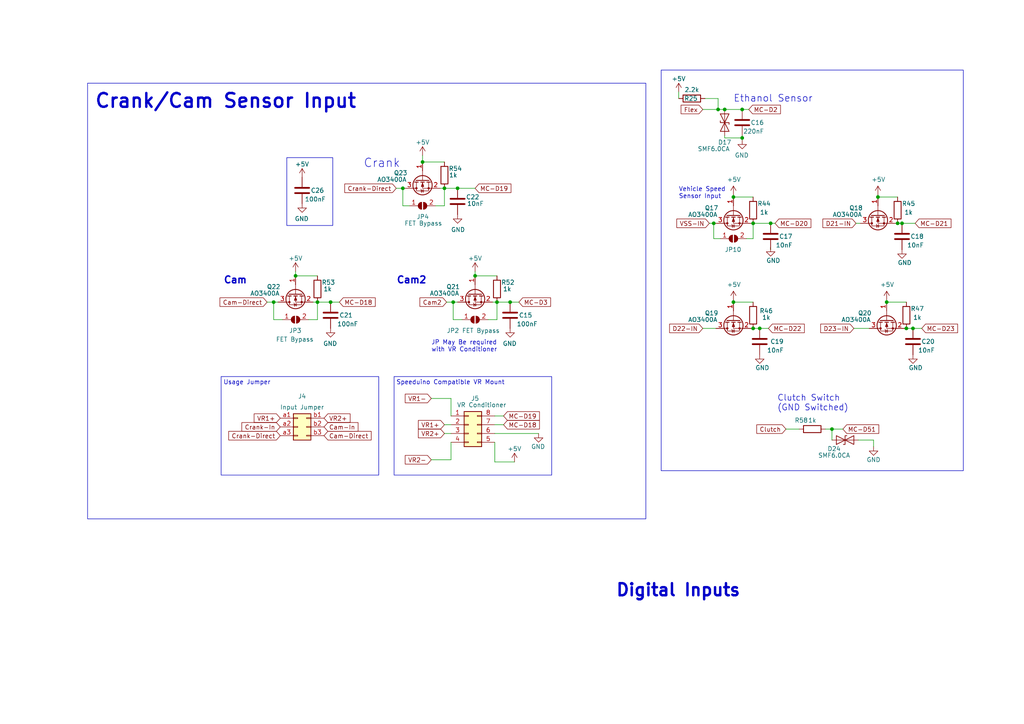
<source format=kicad_sch>
(kicad_sch (version 20231120) (generator "eeschema") (generator_version "8.0")
  (paper "A4")
  (title_block (title "Closed Deck X4") (date "2024-04-25") (rev "A") (company "OpenLogicEFI") (comment 1 "openlogicefi.com"))
  (lib_symbols
    (symbol "Connector_Generic:Conn_02x03_Row_Letter_First" (pin_names (offset 1.016) hide)
      (property "Reference" "J" (at 1.27 5.08 0))
      (property "Value" "Conn_02x03_Row_Letter_First" (at 1.27 -5.08 0))
      (symbol "Conn_02x03_Row_Letter_First_1_1"
        (rectangle (start -1.27 -2.413) (end 0 -2.667) (stroke (width 0.1524)))
        (rectangle (start -1.27 0.127) (end 0 -0.127) (stroke (width 0.1524)))
        (rectangle (start -1.27 2.667) (end 0 2.413) (stroke (width 0.1524)))
        (rectangle (start -1.27 3.81) (end 3.81 -3.81) (stroke (width 0.254)) (fill (type background)))
        (rectangle (start 3.81 -2.413) (end 2.54 -2.667) (stroke (width 0.1524)))
        (rectangle (start 3.81 0.127) (end 2.54 -0.127) (stroke (width 0.1524)))
        (rectangle (start 3.81 2.667) (end 2.54 2.413) (stroke (width 0.1524)))
        (pin passive line (at -5.08 2.54 0) (length 3.81) (name "Pin_a1") (number "a1"))
        (pin passive line (at -5.08 0 0) (length 3.81) (name "Pin_a2") (number "a2"))
        (pin passive line (at -5.08 -2.54 0) (length 3.81) (name "Pin_a3") (number "a3"))
        (pin passive line (at 7.62 2.54 180) (length 3.81) (name "Pin_b1") (number "b1"))
        (pin passive line (at 7.62 0 180) (length 3.81) (name "Pin_b2") (number "b2"))
        (pin passive line (at 7.62 -2.54 180) (length 3.81) (name "Pin_b3") (number "b3"))
      )
    )
    (symbol "Connector_Generic:Conn_02x04_Counter_Clockwise" (pin_names (offset 1.016) hide)
      (property "Reference" "J" (at 1.27 5.08 0))
      (property "Value" "Conn_02x04_Counter_Clockwise" (at 1.27 -7.62 0))
      (symbol "Conn_02x04_Counter_Clockwise_1_1"
        (rectangle (start -1.27 -4.953) (end 0 -5.207) (stroke (width 0.1524)))
        (rectangle (start -1.27 -2.413) (end 0 -2.667) (stroke (width 0.1524)))
        (rectangle (start -1.27 0.127) (end 0 -0.127) (stroke (width 0.1524)))
        (rectangle (start -1.27 2.667) (end 0 2.413) (stroke (width 0.1524)))
        (rectangle (start -1.27 3.81) (end 3.81 -6.35) (stroke (width 0.254)) (fill (type background)))
        (rectangle (start 3.81 -4.953) (end 2.54 -5.207) (stroke (width 0.1524)))
        (rectangle (start 3.81 -2.413) (end 2.54 -2.667) (stroke (width 0.1524)))
        (rectangle (start 3.81 0.127) (end 2.54 -0.127) (stroke (width 0.1524)))
        (rectangle (start 3.81 2.667) (end 2.54 2.413) (stroke (width 0.1524)))
        (pin passive line (at -5.08 2.54 0) (length 3.81) (name "Pin_1") (number "1"))
        (pin passive line (at -5.08 0 0) (length 3.81) (name "Pin_2") (number "2"))
        (pin passive line (at -5.08 -2.54 0) (length 3.81) (name "Pin_3") (number "3"))
        (pin passive line (at -5.08 -5.08 0) (length 3.81) (name "Pin_4") (number "4"))
        (pin passive line (at 7.62 -5.08 180) (length 3.81) (name "Pin_5") (number "5"))
        (pin passive line (at 7.62 -2.54 180) (length 3.81) (name "Pin_6") (number "6"))
        (pin passive line (at 7.62 0 180) (length 3.81) (name "Pin_7") (number "7"))
        (pin passive line (at 7.62 2.54 180) (length 3.81) (name "Pin_8") (number "8"))
      )
    )
    (symbol "Device:C" (pin_numbers hide) (pin_names (offset 0.254))
      (property "Reference" "C" (at 0.635 2.54 0))
      (property "Value" "C" (at 0.635 -2.54 0))
      (symbol "C_0_1"
        (polyline (pts (xy -2.032 -0.762) (xy 2.032 -0.762)) (stroke (width 0.508)))
        (polyline (pts (xy -2.032 0.762) (xy 2.032 0.762)) (stroke (width 0.508)))
      )
      (symbol "C_1_1"
        (pin passive line (at 0 3.81 270) (length 2.794) (name "~") (number "1"))
        (pin passive line (at 0 -3.81 90) (length 2.794) (name "~") (number "2"))
      )
    )
    (symbol "Device:R" (pin_numbers hide) (pin_names (offset 0))
      (property "Reference" "R" (at 2.032 0 90))
      (property "Value" "R" (at 0 0 90))
      (symbol "R_0_1"
        (rectangle (start -1.016 -2.54) (end 1.016 2.54) (stroke (width 0.254)))
      )
      (symbol "R_1_1"
        (pin passive line (at 0 3.81 270) (length 1.27) (name "~") (number "1"))
        (pin passive line (at 0 -3.81 90) (length 1.27) (name "~") (number "2"))
      )
    )
    (symbol "Diode:SMAJ6.5CA" (pin_numbers hide) (pin_names (offset 1.016) hide)
      (property "Reference" "D" (at 0 2.54 0))
      (property "Value" "SMAJ6.5CA" (at 0 -2.54 0))
      (symbol "SMAJ6.5CA_0_1"
        (polyline (pts (xy 1.27 0) (xy -1.27 0)))
        (polyline (pts (xy -2.54 -1.27) (xy 0 0) (xy -2.54 1.27) (xy -2.54 -1.27)) (stroke (width 0.2032)))
        (polyline (pts (xy 0.508 1.27) (xy 0 1.27) (xy 0 -1.27) (xy -0.508 -1.27)) (stroke (width 0.2032)))
        (polyline (pts (xy 2.54 1.27) (xy 2.54 -1.27) (xy 0 0) (xy 2.54 1.27)) (stroke (width 0.2032)))
      )
      (symbol "SMAJ6.5CA_1_1"
        (pin passive line (at -3.81 0 0) (length 2.54) (name "A1") (number "1"))
        (pin passive line (at 3.81 0 180) (length 2.54) (name "A2") (number "2"))
      )
    )
    (symbol "Jumper:SolderJumper_2_Open" (pin_names (offset 0) hide)
      (property "Reference" "JP" (at 0 2.032 0))
      (property "Value" "SolderJumper_2_Open" (at 0 -2.54 0))
      (symbol "SolderJumper_2_Open_0_1"
        (arc (start -0.254 1.016) (mid -1.2656 0) (end -0.254 -1.016))
        (arc (start -0.254 1.016) (mid -1.2656 0) (end -0.254 -1.016) (fill (type outline)))
        (polyline (pts (xy -0.254 1.016) (xy -0.254 -1.016)))
        (polyline (pts (xy 0.254 1.016) (xy 0.254 -1.016)))
        (arc (start 0.254 -1.016) (mid 1.2656 0) (end 0.254 1.016))
        (arc (start 0.254 -1.016) (mid 1.2656 0) (end 0.254 1.016) (fill (type outline)))
      )
      (symbol "SolderJumper_2_Open_1_1"
        (pin passive line (at -3.81 0 0) (length 2.54) (name "A") (number "1"))
        (pin passive line (at 3.81 0 180) (length 2.54) (name "B") (number "2"))
      )
    )
    (symbol "Transistor_FET:AO3400A" (pin_names hide)
      (property "Reference" "Q" (at 5.08 1.905 0))
      (property "Value" "AO3400A" (at 5.08 0 0))
      (symbol "AO3400A_0_1"
        (polyline (pts (xy 0.254 0) (xy -2.54 0)))
        (polyline (pts (xy 0.254 1.905) (xy 0.254 -1.905)) (stroke (width 0.254)))
        (polyline (pts (xy 0.762 -1.27) (xy 0.762 -2.286)) (stroke (width 0.254)))
        (polyline (pts (xy 0.762 0.508) (xy 0.762 -0.508)) (stroke (width 0.254)))
        (polyline (pts (xy 0.762 2.286) (xy 0.762 1.27)) (stroke (width 0.254)))
        (polyline (pts (xy 2.54 2.54) (xy 2.54 1.778)))
        (polyline (pts (xy 2.54 -2.54) (xy 2.54 0) (xy 0.762 0)))
        (polyline (pts (xy 0.762 -1.778) (xy 3.302 -1.778) (xy 3.302 1.778) (xy 0.762 1.778)))
        (polyline (pts (xy 1.016 0) (xy 2.032 0.381) (xy 2.032 -0.381) (xy 1.016 0)) (fill (type outline)))
        (polyline (pts (xy 2.794 0.508) (xy 2.921 0.381) (xy 3.683 0.381) (xy 3.81 0.254)))
        (polyline (pts (xy 3.302 0.381) (xy 2.921 -0.254) (xy 3.683 -0.254) (xy 3.302 0.381)))
        (circle (center 1.651 0) (radius 2.794) (stroke (width 0.254)))
        (circle (center 2.54 -1.778) (radius 0.254) (fill (type outline)))
        (circle (center 2.54 1.778) (radius 0.254) (fill (type outline)))
      )
      (symbol "AO3400A_1_1"
        (pin input line (at -5.08 0 0) (length 2.54) (name "G") (number "1"))
        (pin passive line (at 2.54 -5.08 90) (length 2.54) (name "S") (number "2"))
        (pin passive line (at 2.54 5.08 270) (length 2.54) (name "D") (number "3"))
      )
    )
    (symbol "power:+5V" (power) (pin_names (offset 0))
      (property "Value" "+5V" (at 0 3.556 0))
      (symbol "+5V_0_1"
        (polyline (pts (xy -0.762 1.27) (xy 0 2.54)))
        (polyline (pts (xy 0 0) (xy 0 2.54)))
        (polyline (pts (xy 0 2.54) (xy 0.762 1.27)))
      )
      (symbol "+5V_1_1"
        (pin power_in line (at 0 0 90) (length 0) hide (name "+5V") (number "1"))
      )
    )
    (symbol "power:GND" (power) (pin_names (offset 0))
      (property "Value" "GND" (at 0 -3.81 0))
      (symbol "GND_0_1"
        (polyline (pts (xy 0 0) (xy 0 -1.27) (xy 1.27 -1.27) (xy 0 -2.54) (xy -1.27 -1.27) (xy 0 -1.27)))
      )
      (symbol "GND_1_1"
        (pin power_in line (at 0 0 270) (length 0) hide (name "GND") (number "1"))
      )
    )
  )
  (junction (at 92.075 87.63))
  (junction (at 207.01 64.77))
  (junction (at 147.955 87.63))
  (junction (at 218.44 95.25))
  (junction (at 218.44 64.77))
  (junction (at 132.715 54.61))
  (junction (at 254.635 57.15))
  (junction (at 137.795 80.01))
  (junction (at 261.62 64.77))
  (junction (at 215.265 31.75))
  (junction (at 241.3 124.46))
  (junction (at 212.725 87.63))
  (junction (at 260.35 64.77))
  (junction (at 116.84 54.61))
  (junction (at 262.89 95.25))
  (junction (at 210.185 31.75))
  (junction (at 215.265 40.005))
  (junction (at 212.725 57.15))
  (junction (at 79.375 87.63))
  (junction (at 208.28 31.75))
  (junction (at 131.445 87.63))
  (junction (at 85.725 80.01))
  (junction (at 264.795 95.25))
  (junction (at 128.905 54.61))
  (junction (at 144.145 87.63))
  (junction (at 223.52 64.77))
  (junction (at 220.345 95.25))
  (junction (at 122.555 46.99))
  (junction (at 95.885 87.63))
  (junction (at 257.175 87.63))
  (wire (pts (xy 253.365 129.54) (xy 253.365 127.635)))
  (wire (pts (xy 122.555 46.99) (xy 128.905 46.99)))
  (wire (pts (xy 207.01 64.77) (xy 207.645 64.77)))
  (wire (pts (xy 80.645 87.63) (xy 79.375 87.63)))
  (wire (pts (xy 215.265 40.64) (xy 215.265 40.005)))
  (wire (pts (xy 131.445 87.63) (xy 131.445 92.71)))
  (wire (pts (xy 262.89 95.25) (xy 262.255 95.25)))
  (wire (pts (xy 128.905 54.61) (xy 128.905 59.69)))
  (wire (pts (xy 143.51 128.27) (xy 143.51 133.985)))
  (wire (pts (xy 241.3 124.46) (xy 244.475 124.46)))
  (wire (pts (xy 248.285 64.77) (xy 249.555 64.77)))
  (wire (pts (xy 130.81 120.65) (xy 130.81 115.57)))
  (wire (pts (xy 130.81 128.27) (xy 130.81 133.35)))
  (wire (pts (xy 85.725 80.01) (xy 92.075 80.01)))
  (wire (pts (xy 218.44 69.215) (xy 218.44 64.77)))
  (wire (pts (xy 208.915 69.215) (xy 207.01 69.215)))
  (wire (pts (xy 141.605 92.71) (xy 144.145 92.71)))
  (wire (pts (xy 116.84 54.61) (xy 116.84 59.69)))
  (wire (pts (xy 128.905 59.69) (xy 126.365 59.69)))
  (wire (pts (xy 260.35 64.77) (xy 259.715 64.77)))
  (wire (pts (xy 222.885 95.25) (xy 220.345 95.25)))
  (wire (pts (xy 212.725 86.995) (xy 212.725 87.63)))
  (wire (pts (xy 203.835 95.25) (xy 207.645 95.25)))
  (wire (pts (xy 253.365 127.635) (xy 248.92 127.635)))
  (wire (pts (xy 218.44 95.25) (xy 217.805 95.25)))
  (wire (pts (xy 79.375 87.63) (xy 79.375 92.71)))
  (wire (pts (xy 156.21 125.73) (xy 143.51 125.73)))
  (wire (pts (xy 79.375 92.71) (xy 81.915 92.71)))
  (wire (pts (xy 92.075 92.71) (xy 92.075 87.63)))
  (wire (pts (xy 257.175 87.63) (xy 262.89 87.63)))
  (wire (pts (xy 247.65 95.25) (xy 252.095 95.25)))
  (wire (pts (xy 143.51 123.19) (xy 146.05 123.19)))
  (wire (pts (xy 196.85 26.67) (xy 196.85 28.575)))
  (wire (pts (xy 220.345 95.25) (xy 218.44 95.25)))
  (wire (pts (xy 218.44 64.77) (xy 223.52 64.77)))
  (wire (pts (xy 212.725 87.63) (xy 218.44 87.63)))
  (wire (pts (xy 212.725 56.515) (xy 212.725 57.15)))
  (wire (pts (xy 203.835 31.75) (xy 208.28 31.75)))
  (wire (pts (xy 128.905 125.73) (xy 130.81 125.73)))
  (wire (pts (xy 132.715 54.61) (xy 137.795 54.61)))
  (wire (pts (xy 144.145 92.71) (xy 144.145 87.63)))
  (wire (pts (xy 208.28 28.575) (xy 208.28 31.75)))
  (wire (pts (xy 227.965 124.46) (xy 231.775 124.46)))
  (wire (pts (xy 92.075 87.63) (xy 95.885 87.63)))
  (wire (pts (xy 205.74 64.77) (xy 207.01 64.77)))
  (wire (pts (xy 114.935 54.61) (xy 116.84 54.61)))
  (wire (pts (xy 144.145 87.63) (xy 147.955 87.63)))
  (wire (pts (xy 241.3 124.46) (xy 239.395 124.46)))
  (wire (pts (xy 210.185 31.75) (xy 215.265 31.75)))
  (wire (pts (xy 95.885 87.63) (xy 98.425 87.63)))
  (wire (pts (xy 241.3 124.46) (xy 241.3 127.635)))
  (wire (pts (xy 146.05 120.65) (xy 143.51 120.65)))
  (wire (pts (xy 264.795 95.25) (xy 262.89 95.25)))
  (wire (pts (xy 204.47 28.575) (xy 208.28 28.575)))
  (wire (pts (xy 137.795 78.74) (xy 137.795 80.01)))
  (wire (pts (xy 207.01 69.215) (xy 207.01 64.77)))
  (wire (pts (xy 132.715 87.63) (xy 131.445 87.63)))
  (wire (pts (xy 223.52 72.39) (xy 223.52 71.755)))
  (wire (pts (xy 210.185 40.005) (xy 215.265 40.005)))
  (wire (pts (xy 254.635 56.515) (xy 254.635 57.15)))
  (wire (pts (xy 116.84 54.61) (xy 117.475 54.61)))
  (wire (pts (xy 143.51 133.985) (xy 149.225 133.985)))
  (wire (pts (xy 147.955 87.63) (xy 150.495 87.63)))
  (wire (pts (xy 254.635 57.15) (xy 260.35 57.15)))
  (wire (pts (xy 260.35 64.77) (xy 261.62 64.77)))
  (wire (pts (xy 216.535 69.215) (xy 218.44 69.215)))
  (wire (pts (xy 210.185 39.37) (xy 210.185 40.005)))
  (wire (pts (xy 89.535 92.71) (xy 92.075 92.71)))
  (wire (pts (xy 125.095 115.57) (xy 130.81 115.57)))
  (wire (pts (xy 223.52 64.77) (xy 224.79 64.77)))
  (wire (pts (xy 208.28 31.75) (xy 210.185 31.75)))
  (wire (pts (xy 261.62 64.77) (xy 265.43 64.77)))
  (wire (pts (xy 129.54 87.63) (xy 131.445 87.63)))
  (wire (pts (xy 122.555 45.085) (xy 122.555 46.99)))
  (wire (pts (xy 85.725 78.74) (xy 85.725 80.01)))
  (wire (pts (xy 116.84 59.69) (xy 118.745 59.69)))
  (wire (pts (xy 128.905 54.61) (xy 132.715 54.61)))
  (wire (pts (xy 137.795 80.01) (xy 144.145 80.01)))
  (wire (pts (xy 144.145 87.63) (xy 142.875 87.63)))
  (wire (pts (xy 128.905 123.19) (xy 130.81 123.19)))
  (wire (pts (xy 217.805 64.77) (xy 218.44 64.77)))
  (wire (pts (xy 212.725 57.15) (xy 218.44 57.15)))
  (wire (pts (xy 77.47 87.63) (xy 79.375 87.63)))
  (wire (pts (xy 92.075 87.63) (xy 90.805 87.63)))
  (wire (pts (xy 264.795 95.25) (xy 267.335 95.25)))
  (wire (pts (xy 215.265 31.75) (xy 217.17 31.75)))
  (wire (pts (xy 131.445 92.71) (xy 133.985 92.71)))
  (wire (pts (xy 125.095 133.35) (xy 130.81 133.35)))
  (wire (pts (xy 215.265 40.005) (xy 215.265 39.37)))
  (wire (pts (xy 257.175 86.995) (xy 257.175 87.63)))
  (wire (pts (xy 128.905 54.61) (xy 127.635 54.61)))
  (rectangle (start 114.3 109.22) (end 160.02 137.795))
  (rectangle (start 191.77 20.32) (end 279.4 136.525))
  (rectangle (start 25.4 24.13) (end 187.325 150.495))
  (rectangle (start 83.185 45.72) (end 96.52 65.405))
  (rectangle (start 64.135 109.22) (end 109.855 137.795))
  (text "Vehicle Speed\nSensor Input" (at 196.85 57.785 0) (effects (font (size 1.27 1.27)) (justify left bottom)))
  (text "JP May Be required \nwith VR Conditioner" (at 125.095 102.235 0) (effects (font (size 1.27 1.27)) (justify left bottom)))
  (text "Cam" (at 64.77 82.55 0) (effects (font (size 2 2) (thickness 0.4) (bold yes)) (justify left bottom)))
  (text "Speeduino Compatible VR Mount" (at 114.935 111.76 0) (effects (font (size 1.27 1.27)) (justify left bottom)))
  (text "Clutch Switch\n(GND Switched)" (at 225.425 119.38 0) (effects (font (size 1.75 1.75)) (justify left bottom)))
  (text "Ethanol Sensor" (at 212.725 29.845 0) (effects (font (size 2 2)) (justify left bottom)))
  (text "Usage Jumper" (at 64.77 111.76 0) (effects (font (size 1.27 1.27)) (justify left bottom)))
  (text "Crank" (at 105.41 48.895 0) (effects (font (size 2.4892 2.4892)) (justify left bottom)))
  (text "Crank/Cam Sensor Input" (at 27.305 31.75 0) (effects (font (size 4 4) (thickness 0.7) (bold yes)) (justify left bottom)))
  (text "Cam2" (at 114.935 82.55 0) (effects (font (size 2 2) (thickness 0.4) (bold yes)) (justify left bottom)))
  (text "Digital Inputs" (at 178.435 173.355 0) (effects (font (size 3.5 3.5) (thickness 0.7) (bold yes)) (justify left bottom)))
  (global_label "MC-D51" (shape input) (at 244.475 124.46 0) (property "Intersheetrefs" "${INTERSHEET_REFS}" (effects (hide yes))))
  (global_label "MC-D19" (shape input) (at 146.05 120.65 0) (property "Intersheetrefs" "${INTERSHEET_REFS}" (effects (hide yes))))
  (global_label "MC-D23" (shape input) (at 267.335 95.25 0) (property "Intersheetrefs" "${INTERSHEET_REFS}" (effects (hide yes))))
  (global_label "VSS-IN" (shape input) (at 205.74 64.77 180) (property "Intersheetrefs" "${INTERSHEET_REFS}" (effects (hide yes))))
  (global_label "MC-D2" (shape input) (at 217.17 31.75 0) (property "Intersheetrefs" "${INTERSHEET_REFS}" (effects (hide yes))))
  (global_label "VR1+" (shape input) (at 81.28 121.285 180) (property "Intersheetrefs" "${INTERSHEET_REFS}" (effects (hide yes))))
  (global_label "Cam-Direct" (shape input) (at 93.98 126.365 0) (property "Intersheetrefs" "${INTERSHEET_REFS}" (effects (hide yes))))
  (global_label "MC-D19" (shape input) (at 137.795 54.61 0) (property "Intersheetrefs" "${INTERSHEET_REFS}" (effects (hide yes))))
  (global_label "VR2+" (shape input) (at 93.98 121.285 0) (property "Intersheetrefs" "${INTERSHEET_REFS}" (effects (hide yes))))
  (global_label "MC-D20" (shape input) (at 224.79 64.77 0) (property "Intersheetrefs" "${INTERSHEET_REFS}" (effects (hide yes))))
  (global_label "D23-IN" (shape input) (at 247.65 95.25 180) (property "Intersheetrefs" "${INTERSHEET_REFS}" (effects (hide yes))))
  (global_label "VR1-" (shape input) (at 125.095 115.57 180) (property "Intersheetrefs" "${INTERSHEET_REFS}" (effects (hide yes))))
  (global_label "Clutch" (shape input) (at 227.965 124.46 180) (property "Intersheetrefs" "${INTERSHEET_REFS}" (effects (hide yes))))
  (global_label "Cam-In" (shape input) (at 93.98 123.825 0) (property "Intersheetrefs" "${INTERSHEET_REFS}" (effects (hide yes))))
  (global_label "MC-D3" (shape input) (at 150.495 87.63 0) (property "Intersheetrefs" "${INTERSHEET_REFS}" (effects (hide yes))))
  (global_label "D21-IN" (shape input) (at 248.285 64.77 180) (property "Intersheetrefs" "${INTERSHEET_REFS}" (effects (hide yes))))
  (global_label "Cam-Direct" (shape input) (at 77.47 87.63 180) (property "Intersheetrefs" "${INTERSHEET_REFS}" (effects (hide yes))))
  (global_label "MC-D18" (shape input) (at 146.05 123.19 0) (property "Intersheetrefs" "${INTERSHEET_REFS}" (effects (hide yes))))
  (global_label "Crank-Direct" (shape input) (at 81.28 126.365 180) (property "Intersheetrefs" "${INTERSHEET_REFS}" (effects (hide yes))))
  (global_label "Crank-In" (shape input) (at 81.28 123.825 180) (property "Intersheetrefs" "${INTERSHEET_REFS}" (effects (hide yes))))
  (global_label "MC-D22" (shape input) (at 222.885 95.25 0) (property "Intersheetrefs" "${INTERSHEET_REFS}" (effects (hide yes))))
  (global_label "Cam2" (shape input) (at 129.54 87.63 180) (property "Intersheetrefs" "${INTERSHEET_REFS}" (effects (hide yes))))
  (global_label "VR2+" (shape input) (at 128.905 125.73 180) (property "Intersheetrefs" "${INTERSHEET_REFS}" (effects (hide yes))))
  (global_label "Crank-Direct" (shape input) (at 114.935 54.61 180) (property "Intersheetrefs" "${INTERSHEET_REFS}" (effects (hide yes))))
  (global_label "VR2-" (shape input) (at 125.095 133.35 180) (property "Intersheetrefs" "${INTERSHEET_REFS}" (effects (hide yes))))
  (global_label "MC-D18" (shape input) (at 98.425 87.63 0) (property "Intersheetrefs" "${INTERSHEET_REFS}" (effects (hide yes))))
  (global_label "Flex" (shape input) (at 203.835 31.75 180) (property "Intersheetrefs" "${INTERSHEET_REFS}" (effects (hide yes))))
  (global_label "D22-IN" (shape input) (at 203.835 95.25 180) (property "Intersheetrefs" "${INTERSHEET_REFS}" (effects (hide yes))))
  (global_label "MC-D21" (shape input) (at 265.43 64.77 0) (property "Intersheetrefs" "${INTERSHEET_REFS}" (effects (hide yes))))
  (global_label "VR1+" (shape input) (at 128.905 123.19 180) (property "Intersheetrefs" "${INTERSHEET_REFS}" (effects (hide yes))))
  (symbol (lib_id "power:GND") (at 253.365 129.54 0) (unit 1)
    (property "Reference" "#PWR01" (effects (hide yes)))
    (property "Value" "GND" (at 253.365 133.35 0))
  )
  (symbol (lib_id "Device:C") (at 264.795 99.06 0) (mirror y) (unit 1)
    (property "Reference" "C20" (at 271.145 99.06 0) (effects (justify left)))
    (property "Value" "10nF" (at 271.145 101.6 0) (effects (justify left)))
    (property "Footprint" "Capacitor_SMD:C_0402_1005Metric" (effects (hide yes)))
    (property "Description" "Unpolarized capacitor" (effects (hide yes)))
    (property "LCSC" "C15195" (effects (hide yes)))
  )
  (symbol (lib_id "Diode:SMAJ6.5CA") (at 210.185 35.56 270) (unit 1)
    (property "Reference" "D17" (at 210.185 41.275 90))
    (property "Value" "SMF6.0CA" (at 207.01 43.18 90))
    (property "Footprint" "Diode_SMD:D_SOD-123F" (effects (hide yes)))
    (property "Description" "400W bidirectional Transient Voltage Suppressor, 6.5Vr, SMA(DO-214AC)" (effects (hide yes)))
    (property "LCSC" "C2990473" (effects (hide yes)))
  )
  (symbol (lib_id "Transistor_FET:AO3400A") (at 122.555 52.07 90) (mirror x) (unit 1)
    (property "Reference" "Q23" (at 116.205 50.165 90))
    (property "Value" "AO3400A" (at 113.665 52.07 90))
    (property "Footprint" "Package_TO_SOT_SMD:SOT-23" (effects (hide yes)))
    (property "Description" "30V Vds, 5.7A Id, N-Channel MOSFET, SOT-23" (effects (hide yes)))
  )
  (symbol (lib_id "Transistor_FET:AO3400A") (at 257.175 92.71 90) (mirror x) (unit 1)
    (property "Reference" "Q20" (at 250.825 90.805 90))
    (property "Value" "AO3400A" (at 248.285 92.71 90))
    (property "Footprint" "Package_TO_SOT_SMD:SOT-23" (effects (hide yes)))
    (property "Description" "30V Vds, 5.7A Id, N-Channel MOSFET, SOT-23" (effects (hide yes)))
  )
  (symbol (lib_id "Device:R") (at 200.66 28.575 90) (mirror x) (unit 1)
    (property "Reference" "R25" (at 200.406 28.575 90))
    (property "Value" "2.2k" (at 200.66 26.035 90))
    (property "Footprint" "Resistor_SMD:R_0402_1005Metric" (effects (hide yes)))
    (property "Description" "Resistor" (effects (hide yes)))
    (property "LCSC" "C25879" (effects (hide yes)))
    (property "Manufacture Part Number" "0402WGF2201TCE" (effects (hide yes)))
  )
  (symbol (lib_id "Device:C") (at 223.52 68.58 0) (mirror y) (unit 1)
    (property "Reference" "C17" (at 229.87 68.58 0) (effects (justify left)))
    (property "Value" "10nF" (at 229.87 71.12 0) (effects (justify left)))
    (property "Footprint" "Capacitor_SMD:C_0402_1005Metric" (effects (hide yes)))
    (property "Description" "Unpolarized capacitor" (effects (hide yes)))
    (property "LCSC" "C15195" (effects (hide yes)))
  )
  (symbol (lib_id "power:GND") (at 132.715 62.23 0) (unit 1)
    (property "Reference" "#PWR069" (effects (hide yes)))
    (property "Value" "GND" (at 132.842 66.6242 0))
  )
  (symbol (lib_id "Connector_Generic:Conn_02x04_Counter_Clockwise") (at 135.89 123.19 0) (unit 1) (in_bom no)
    (property "Reference" "J5" (at 137.795 115.57 0))
    (property "Value" "VR Conditioner" (at 139.7 117.4496 0))
    (property "Footprint" "Detonation:Socket_VRConditioner_Corrected" (effects (hide yes)))
    (property "Description" "Generic connector, double row, 02x04, counter clockwise pin numbering scheme (similar to DIP packge numbering), script generated (kicad-library-utils/schlib/autogen/connector/)" (effects (hide yes)))
  )
  (symbol (lib_id "Diode:SMAJ6.5CA") (at 245.11 127.635 180) (unit 1)
    (property "Reference" "D24" (at 241.935 130.175 0))
    (property "Value" "SMF6.0CA" (at 241.935 132.08 0))
    (property "Footprint" "Diode_SMD:D_SOD-123F" (effects (hide yes)))
    (property "Description" "400W bidirectional Transient Voltage Suppressor, 6.5Vr, SMA(DO-214AC)" (effects (hide yes)))
    (property "LCSC" "C2990473" (effects (hide yes)))
  )
  (symbol (lib_id "Device:R") (at 128.905 50.8 0) (unit 1)
    (property "Reference" "R54" (at 132.08 48.895 0))
    (property "Value" "1k" (at 131.445 50.8 0))
    (property "Footprint" "Resistor_SMD:R_0402_1005Metric" (effects (hide yes)))
    (property "Description" "Resistor" (effects (hide yes)))
    (property "LCSC" "C11702" (effects (hide yes)))
    (property "Manufacture Part Number" "0402WGF1001TCE" (effects (hide yes)))
  )
  (symbol (lib_id "power:GND") (at 264.795 102.87 0) (mirror y) (unit 1)
    (property "Reference" "#PWR0124" (effects (hide yes)))
    (property "Value" "GND" (at 263.525 106.68 0) (effects (justify right)))
  )
  (symbol (lib_id "Device:R") (at 144.145 83.82 0) (mirror y) (unit 1)
    (property "Reference" "R52" (at 147.32 81.915 0))
    (property "Value" "1k" (at 147.0914 83.82 0))
    (property "Footprint" "Resistor_SMD:R_0402_1005Metric" (effects (hide yes)))
    (property "Description" "Resistor" (effects (hide yes)))
    (property "LCSC" "C11702" (effects (hide yes)))
    (property "Manufacture Part Number" "0402WGF1001TCE" (effects (hide yes)))
  )
  (symbol (lib_id "Device:R") (at 218.44 60.96 0) (mirror y) (unit 1)
    (property "Reference" "R44" (at 221.615 59.055 0))
    (property "Value" "1k" (at 221.615 61.595 0))
    (property "Footprint" "Resistor_SMD:R_0402_1005Metric" (effects (hide yes)))
    (property "Description" "Resistor" (effects (hide yes)))
    (property "LCSC" "C11702" (effects (hide yes)))
    (property "Manufacture Part Number" "0402WGF1001TCE" (effects (hide yes)))
  )
  (symbol (lib_id "power:GND") (at 215.265 40.64 0) (mirror y) (unit 1)
    (property "Reference" "#PWR095" (effects (hide yes)))
    (property "Value" "GND" (at 215.138 45.0342 0))
  )
  (symbol (lib_id "power:+5V") (at 257.175 86.995 0) (mirror y) (unit 1)
    (property "Reference" "#PWR0125" (effects (hide yes)))
    (property "Value" "+5V" (at 255.27 82.55 0) (effects (justify right)))
  )
  (symbol (lib_id "power:+5V") (at 87.63 51.435 0) (unit 1)
    (property "Reference" "#PWR0114" (effects (hide yes)))
    (property "Value" "+5V" (at 87.63 47.625 0))
  )
  (symbol (lib_id "Device:C") (at 215.265 35.56 0) (mirror y) (unit 1)
    (property "Reference" "C16" (at 221.615 35.56 0) (effects (justify left)))
    (property "Value" "220nF" (at 221.615 38.1 0) (effects (justify left)))
    (property "Footprint" "Capacitor_SMD:C_0402_1005Metric" (effects (hide yes)))
    (property "Description" "Unpolarized capacitor" (effects (hide yes)))
    (property "LCSC" "C16772" (effects (hide yes)))
  )
  (symbol (lib_id "Transistor_FET:AO3400A") (at 137.795 85.09 90) (mirror x) (unit 1)
    (property "Reference" "Q21" (at 131.445 83.185 90))
    (property "Value" "AO3400A" (at 128.905 85.09 90))
    (property "Footprint" "Package_TO_SOT_SMD:SOT-23" (effects (hide yes)))
    (property "Description" "30V Vds, 5.7A Id, N-Channel MOSFET, SOT-23" (effects (hide yes)))
  )
  (symbol (lib_id "Transistor_FET:AO3400A") (at 212.725 92.71 90) (mirror x) (unit 1)
    (property "Reference" "Q19" (at 206.375 90.805 90))
    (property "Value" "AO3400A" (at 203.835 92.71 90))
    (property "Footprint" "Package_TO_SOT_SMD:SOT-23" (effects (hide yes)))
    (property "Description" "30V Vds, 5.7A Id, N-Channel MOSFET, SOT-23" (effects (hide yes)))
  )
  (symbol (lib_id "Device:R") (at 92.075 83.82 0) (mirror y) (unit 1)
    (property "Reference" "R53" (at 95.25 81.915 0))
    (property "Value" "1k" (at 95.0214 83.82 0))
    (property "Footprint" "Resistor_SMD:R_0402_1005Metric" (effects (hide yes)))
    (property "Description" "Resistor" (effects (hide yes)))
    (property "LCSC" "C11702" (effects (hide yes)))
    (property "Manufacture Part Number" "0402WGF1001TCE" (effects (hide yes)))
  )
  (symbol (lib_id "power:GND") (at 95.885 95.25 0) (mirror y) (unit 1)
    (property "Reference" "#PWR0118" (effects (hide yes)))
    (property "Value" "GND" (at 95.758 99.6442 0))
  )
  (symbol (lib_id "Device:C") (at 132.715 58.42 180) (unit 1)
    (property "Reference" "C22" (at 139.065 57.15 0) (effects (justify left)))
    (property "Value" "10nF" (at 140.335 59.055 0) (effects (justify left)))
    (property "Footprint" "Capacitor_SMD:C_0402_1005Metric" (effects (hide yes)))
    (property "Description" "Unpolarized capacitor" (effects (hide yes)))
    (property "LCSC" "C15195" (effects (hide yes)))
  )
  (symbol (lib_id "power:GND") (at 220.345 102.87 0) (mirror y) (unit 1)
    (property "Reference" "#PWR0111" (effects (hide yes)))
    (property "Value" "GND" (at 219.075 106.68 0) (effects (justify right)))
  )
  (symbol (lib_id "Device:C") (at 95.885 91.44 0) (mirror x) (unit 1)
    (property "Reference" "C21" (at 98.425 91.44 0) (effects (justify left)))
    (property "Value" "100nF" (at 97.79 93.98 0) (effects (justify left)))
    (property "Footprint" "Capacitor_SMD:C_0402_1005Metric" (effects (hide yes)))
    (property "Description" "Unpolarized capacitor" (effects (hide yes)))
    (property "LCSC" "C307331" (effects (hide yes)))
  )
  (symbol (lib_id "Connector_Generic:Conn_02x03_Row_Letter_First") (at 86.36 123.825 0) (unit 1) (in_bom no)
    (property "Reference" "J4" (at 87.63 114.935 0))
    (property "Value" "Input Jumper" (at 87.63 118.11 0))
    (property "Footprint" "Detonation:PinHeader2x03_Jumper" (effects (hide yes)))
    (property "Description" "Generic connector, double row, 02x03, row letter first pin numbering scheme (pin number consists of a letter for the row and a number for the pin index in this row. a1, ..., aN; b1, ..., bN), script generated (kicad-library-utils/schlib/autogen/connector/)" (effects (hide yes)))
  )
  (symbol (lib_id "Jumper:SolderJumper_2_Open") (at 212.725 69.215 0) (mirror x) (unit 1) (in_bom no)
    (property "Reference" "JP10" (at 210.185 72.39 0) (effects (justify left)))
    (property "Value" "FET Bypass" (effects (hide yes)))
    (property "Footprint" "Jumper:SolderJumper-2_P1.3mm_Open_RoundedPad1.0x1.5mm" (effects (hide yes)))
    (property "Description" "Solder Jumper, 2-pole, open" (effects (hide yes)))
  )
  (symbol (lib_id "Device:C") (at 87.63 55.245 180) (unit 1)
    (property "Reference" "C26" (at 92.075 55.245 0))
    (property "Value" "100nF" (at 91.44 57.785 0))
    (property "Footprint" "Capacitor_SMD:C_0402_1005Metric" (effects (hide yes)))
    (property "Description" "Unpolarized capacitor" (effects (hide yes)))
    (property "LCSC" "C307331" (effects (hide yes)))
  )
  (symbol (lib_id "power:+5V") (at 254.635 56.515 0) (mirror y) (unit 1)
    (property "Reference" "#PWR090" (effects (hide yes)))
    (property "Value" "+5V" (at 252.73 52.07 0) (effects (justify right)))
  )
  (symbol (lib_id "Device:R") (at 218.44 91.44 0) (mirror y) (unit 1)
    (property "Reference" "R46" (at 222.25 90.17 0))
    (property "Value" "1k" (at 222.25 92.075 0))
    (property "Footprint" "Resistor_SMD:R_0402_1005Metric" (effects (hide yes)))
    (property "Description" "Resistor" (effects (hide yes)))
    (property "LCSC" "C11702" (effects (hide yes)))
    (property "Manufacture Part Number" "0402WGF1001TCE" (effects (hide yes)))
  )
  (symbol (lib_id "Device:C") (at 261.62 68.58 0) (mirror y) (unit 1)
    (property "Reference" "C18" (at 267.97 68.58 0) (effects (justify left)))
    (property "Value" "10nF" (at 267.97 71.12 0) (effects (justify left)))
    (property "Footprint" "Capacitor_SMD:C_0402_1005Metric" (effects (hide yes)))
    (property "Description" "Unpolarized capacitor" (effects (hide yes)))
    (property "LCSC" "C15195" (effects (hide yes)))
  )
  (symbol (lib_id "power:+5V") (at 137.795 78.74 0) (unit 1)
    (property "Reference" "#PWR0121" (effects (hide yes)))
    (property "Value" "+5V" (at 137.795 74.93 0))
  )
  (symbol (lib_id "Transistor_FET:AO3400A") (at 254.635 62.23 90) (mirror x) (unit 1)
    (property "Reference" "Q18" (at 248.285 60.325 90))
    (property "Value" "AO3400A" (at 245.745 62.23 90))
    (property "Footprint" "Package_TO_SOT_SMD:SOT-23" (effects (hide yes)))
    (property "Description" "30V Vds, 5.7A Id, N-Channel MOSFET, SOT-23" (effects (hide yes)))
  )
  (symbol (lib_id "power:+5V") (at 212.725 86.995 0) (mirror y) (unit 1)
    (property "Reference" "#PWR0112" (effects (hide yes)))
    (property "Value" "+5V" (at 210.82 82.55 0) (effects (justify right)))
  )
  (symbol (lib_id "power:+5V") (at 122.555 45.085 0) (unit 1)
    (property "Reference" "#PWR026" (effects (hide yes)))
    (property "Value" "+5V" (at 122.555 41.275 0))
  )
  (symbol (lib_id "Jumper:SolderJumper_2_Open") (at 122.555 59.69 0) (unit 1) (in_bom no)
    (property "Reference" "JP4" (at 124.46 62.865 0) (effects (justify right)))
    (property "Value" "FET Bypass" (at 128.27 64.77 0) (effects (justify right)))
    (property "Footprint" "Jumper:SolderJumper-2_P1.3mm_Open_RoundedPad1.0x1.5mm" (effects (hide yes)))
    (property "Description" "Solder Jumper, 2-pole, open" (effects (hide yes)))
  )
  (symbol (lib_id "Device:R") (at 260.35 60.96 0) (mirror y) (unit 1)
    (property "Reference" "R45" (at 263.525 59.055 0))
    (property "Value" "1k" (at 263.525 61.595 0))
    (property "Footprint" "Resistor_SMD:R_0402_1005Metric" (effects (hide yes)))
    (property "Description" "Resistor" (effects (hide yes)))
    (property "LCSC" "C11702" (effects (hide yes)))
    (property "Manufacture Part Number" "0402WGF1001TCE" (effects (hide yes)))
  )
  (symbol (lib_id "Device:C") (at 220.345 99.06 0) (mirror y) (unit 1)
    (property "Reference" "C19" (at 227.33 99.06 0) (effects (justify left)))
    (property "Value" "10nF" (at 227.33 101.6 0) (effects (justify left)))
    (property "Footprint" "Capacitor_SMD:C_0402_1005Metric" (effects (hide yes)))
    (property "Description" "Unpolarized capacitor" (effects (hide yes)))
    (property "LCSC" "C15195" (effects (hide yes)))
  )
  (symbol (lib_id "power:+5V") (at 212.725 56.515 0) (mirror y) (unit 1)
    (property "Reference" "#PWR0159" (effects (hide yes)))
    (property "Value" "+5V" (at 210.82 52.07 0) (effects (justify right)))
  )
  (symbol (lib_id "Jumper:SolderJumper_2_Open") (at 137.795 92.71 0) (mirror x) (unit 1) (in_bom no)
    (property "Reference" "JP2" (at 129.54 95.885 0) (effects (justify left)))
    (property "Value" "FET Bypass" (at 133.985 95.885 0) (effects (justify left)))
    (property "Footprint" "Jumper:SolderJumper-2_P1.3mm_Open_RoundedPad1.0x1.5mm" (effects (hide yes)))
    (property "Description" "Solder Jumper, 2-pole, open" (effects (hide yes)))
  )
  (symbol (lib_id "power:+5V") (at 149.225 133.985 0) (unit 1)
    (property "Reference" "#PWR0119" (effects (hide yes)))
    (property "Value" "+5V" (at 149.225 130.175 0))
  )
  (symbol (lib_id "power:GND") (at 147.955 95.25 0) (mirror y) (unit 1)
    (property "Reference" "#PWR0127" (effects (hide yes)))
    (property "Value" "GND" (at 147.828 99.6442 0))
  )
  (symbol (lib_id "Transistor_FET:AO3400A") (at 212.725 62.23 90) (mirror x) (unit 1)
    (property "Reference" "Q17" (at 206.375 60.325 90))
    (property "Value" "AO3400A" (at 203.835 62.23 90))
    (property "Footprint" "Package_TO_SOT_SMD:SOT-23" (effects (hide yes)))
    (property "Description" "30V Vds, 5.7A Id, N-Channel MOSFET, SOT-23" (effects (hide yes)))
  )
  (symbol (lib_id "power:GND") (at 223.52 71.755 0) (mirror y) (unit 1)
    (property "Reference" "#PWR0160" (effects (hide yes)))
    (property "Value" "GND" (at 222.25 75.565 0) (effects (justify right)))
  )
  (symbol (lib_id "power:GND") (at 87.63 59.055 0) (mirror y) (unit 1)
    (property "Reference" "#PWR0115" (effects (hide yes)))
    (property "Value" "GND" (at 87.503 63.4492 0))
  )
  (symbol (lib_id "Device:R") (at 235.585 124.46 90) (mirror x) (unit 1)
    (property "Reference" "R58" (at 232.41 121.92 90))
    (property "Value" "1k" (at 235.585 121.92 90))
    (property "Footprint" "Resistor_SMD:R_0402_1005Metric" (effects (hide yes)))
    (property "Description" "Resistor" (effects (hide yes)))
    (property "LCSC" "C11702" (effects (hide yes)))
    (property "Manufacture Part Number" "0402WGF1001TCE" (effects (hide yes)))
  )
  (symbol (lib_id "power:GND") (at 156.21 125.73 0) (unit 1)
    (property "Reference" "#PWR0120" (effects (hide yes)))
    (property "Value" "GND" (at 158.115 129.54 0) (effects (justify right)))
  )
  (symbol (lib_id "power:+5V") (at 85.725 78.74 0) (unit 1)
    (property "Reference" "#PWR0116" (effects (hide yes)))
    (property "Value" "+5V" (at 85.725 74.93 0))
  )
  (symbol (lib_id "Device:R") (at 262.89 91.44 0) (mirror y) (unit 1)
    (property "Reference" "R47" (at 266.065 89.535 0))
    (property "Value" "1k" (at 266.065 92.075 0))
    (property "Footprint" "Resistor_SMD:R_0402_1005Metric" (effects (hide yes)))
    (property "Description" "Resistor" (effects (hide yes)))
    (property "LCSC" "C11702" (effects (hide yes)))
    (property "Manufacture Part Number" "0402WGF1001TCE" (effects (hide yes)))
  )
  (symbol (lib_id "power:+5V") (at 196.85 26.67 0) (unit 1)
    (property "Reference" "#PWR094" (effects (hide yes)))
    (property "Value" "+5V" (at 196.85 22.86 0))
  )
  (symbol (lib_id "Jumper:SolderJumper_2_Open") (at 85.725 92.71 0) (mirror x) (unit 1) (in_bom no)
    (property "Reference" "JP3" (at 83.82 95.885 0) (effects (justify left)))
    (property "Value" "FET Bypass" (at 80.01 98.425 0) (effects (justify left)))
    (property "Footprint" "Jumper:SolderJumper-2_P1.3mm_Open_RoundedPad1.0x1.5mm" (effects (hide yes)))
    (property "Description" "Solder Jumper, 2-pole, open" (effects (hide yes)))
  )
  (symbol (lib_id "power:GND") (at 261.62 72.39 0) (mirror y) (unit 1)
    (property "Reference" "#PWR088" (effects (hide yes)))
    (property "Value" "GND" (at 260.35 76.2 0) (effects (justify right)))
  )
  (symbol (lib_id "Device:C") (at 147.955 91.44 0) (mirror x) (unit 1)
    (property "Reference" "C15" (at 150.495 91.44 0) (effects (justify left)))
    (property "Value" "100nF" (at 149.86 93.98 0) (effects (justify left)))
    (property "Footprint" "Capacitor_SMD:C_0402_1005Metric" (effects (hide yes)))
    (property "Description" "Unpolarized capacitor" (effects (hide yes)))
    (property "LCSC" "C307331" (effects (hide yes)))
  )
  (symbol (lib_id "Transistor_FET:AO3400A") (at 85.725 85.09 90) (mirror x) (unit 1)
    (property "Reference" "Q22" (at 79.375 83.185 90))
    (property "Value" "AO3400A" (at 76.835 85.09 90))
    (property "Footprint" "Package_TO_SOT_SMD:SOT-23" (effects (hide yes)))
    (property "Description" "30V Vds, 5.7A Id, N-Channel MOSFET, SOT-23" (effects (hide yes)))
  )
)
</source>
